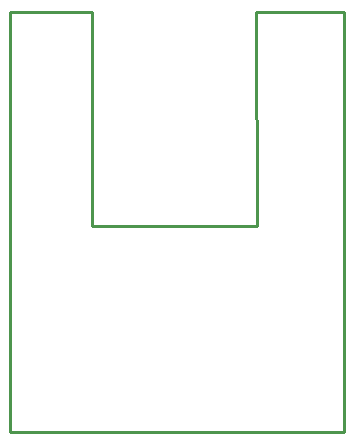
<source format=gko>
G04 Layer: BoardOutlineLayer*
G04 EasyEDA v6.5.22, 2023-01-21 22:26:58*
G04 c6cdce557248458a9636279a13899d4b,db865e68f4bc4fd99aa1dd1697a786d6,10*
G04 Gerber Generator version 0.2*
G04 Scale: 100 percent, Rotated: No, Reflected: No *
G04 Dimensions in millimeters *
G04 leading zeros omitted , absolute positions ,4 integer and 5 decimal *
%FSLAX45Y45*%
%MOMM*%

%ADD10C,0.2540*%
D10*
X558800Y8636000D02*
G01*
X1257300Y8636000D01*
X1257300Y6819900D01*
X2654300Y6819900D01*
X2641600Y8636000D01*
X3390900Y8636000D01*
X3390900Y5080000D01*
X558800Y5080000D01*
X558800Y8636000D01*

%LPD*%
M02*

</source>
